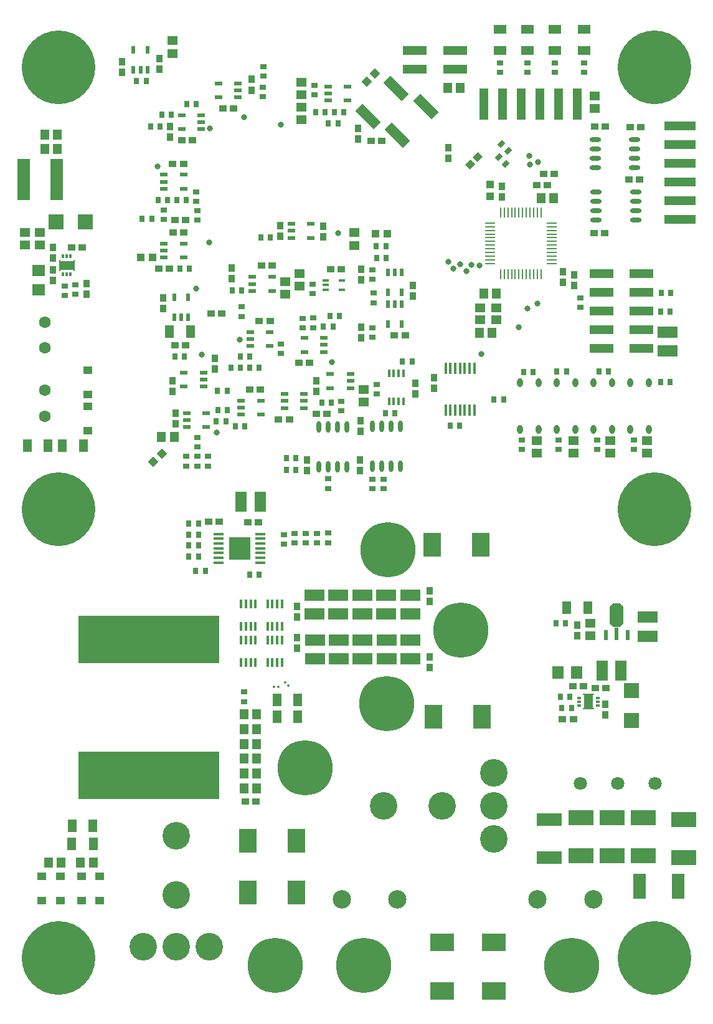
<source format=gbr>
%TF.GenerationSoftware,Altium Limited,Altium Designer,22.1.2 (22)*%
G04 Layer_Color=255*
%FSLAX45Y45*%
%MOMM*%
%TF.SameCoordinates,C5451D44-FA68-4CDD-92CA-08ED0B408621*%
%TF.FilePolarity,Positive*%
%TF.FileFunction,Pads,Top*%
%TF.Part,Single*%
G01*
G75*
%TA.AperFunction,TestPad*%
%ADD10C,0.80000*%
%TA.AperFunction,SMDPad,CuDef*%
%ADD11R,1.05000X0.95000*%
%ADD12R,1.00000X0.60000*%
%ADD13R,0.95000X0.70000*%
%ADD14R,0.60000X1.00000*%
%ADD15R,1.45000X1.25000*%
%ADD16O,1.55000X0.60000*%
%ADD17R,4.20000X1.27000*%
%ADD18R,3.17500X1.27000*%
%ADD19R,0.70000X0.95000*%
%ADD20R,2.70000X1.60000*%
%ADD21R,0.95000X1.05000*%
%ADD22R,1.25000X1.45000*%
%ADD23R,1.40000X1.20000*%
%ADD24R,1.00000X1.00000*%
%ADD25O,1.40000X0.24500*%
%ADD26O,0.24500X1.40000*%
G04:AMPARAMS|DCode=27|XSize=0.95mm|YSize=0.7mm|CornerRadius=0mm|HoleSize=0mm|Usage=FLASHONLY|Rotation=225.000|XOffset=0mm|YOffset=0mm|HoleType=Round|Shape=Rectangle|*
%AMROTATEDRECTD27*
4,1,4,0.08839,0.58336,0.58336,0.08839,-0.08839,-0.58336,-0.58336,-0.08839,0.08839,0.58336,0.0*
%
%ADD27ROTATEDRECTD27*%

G04:AMPARAMS|DCode=28|XSize=0.95mm|YSize=1.05mm|CornerRadius=0mm|HoleSize=0mm|Usage=FLASHONLY|Rotation=135.000|XOffset=0mm|YOffset=0mm|HoleType=Round|Shape=Rectangle|*
%AMROTATEDRECTD28*
4,1,4,0.70711,0.03535,-0.03535,-0.70711,-0.70711,-0.03535,0.03535,0.70711,0.70711,0.03535,0.0*
%
%ADD28ROTATEDRECTD28*%

%ADD29R,1.27000X4.20000*%
%ADD30P,1.41421X4X360.0*%
G04:AMPARAMS|DCode=31|XSize=1.397mm|YSize=3.556mm|CornerRadius=0mm|HoleSize=0mm|Usage=FLASHONLY|Rotation=225.000|XOffset=0mm|YOffset=0mm|HoleType=Round|Shape=Rectangle|*
%AMROTATEDRECTD31*
4,1,4,-0.76332,1.75115,1.75115,-0.76332,0.76332,-1.75115,-1.75115,0.76332,-0.76332,1.75115,0.0*
%
%ADD31ROTATEDRECTD31*%

%ADD32R,1.05000X0.60000*%
%ADD33R,1.00000X1.00000*%
%ADD34R,0.90000X0.39500*%
%ADD35R,0.60000X1.05000*%
%ADD36R,1.25000X1.75000*%
%ADD37R,1.80000X5.70000*%
%ADD38R,2.00000X2.00000*%
%ADD39R,0.30000X0.60000*%
%ADD40R,2.10000X1.20000*%
%ADD41R,0.16000X1.56000*%
%ADD42R,1.80000X1.60000*%
%ADD43R,1.20000X1.00000*%
%ADD44O,0.80000X1.20000*%
%ADD45R,0.35000X1.60000*%
%ADD46O,0.39500X1.10000*%
%ADD47R,1.10000X0.60000*%
%ADD48O,0.60000X1.55000*%
%ADD49R,3.00000X3.10000*%
%ADD50R,1.45000X0.35000*%
%ADD51R,1.60000X2.70000*%
%ADD52C,7.50000*%
%ADD53R,0.34000X1.15000*%
%ADD54R,19.20000X6.55000*%
%ADD55R,1.30000X1.80000*%
%ADD56R,2.40000X3.30000*%
G04:AMPARAMS|DCode=57|XSize=1.9mm|YSize=3.2mm|CornerRadius=0mm|HoleSize=0mm|Usage=FLASHONLY|Rotation=180.000|XOffset=0mm|YOffset=0mm|HoleType=Round|Shape=Octagon|*
%AMOCTAGOND57*
4,1,8,0.47500,-1.60000,-0.47500,-1.60000,-0.95000,-1.12500,-0.95000,1.12500,-0.47500,1.60000,0.47500,1.60000,0.95000,1.12500,0.95000,-1.12500,0.47500,-1.60000,0.0*
%
%ADD57OCTAGOND57*%

%ADD58R,0.60000X1.40000*%
%ADD59R,0.60000X1.80000*%
%ADD60R,1.60000X1.80000*%
%ADD61R,2.00000X2.00000*%
%ADD62R,0.60000X0.30000*%
%ADD63R,1.20000X2.10000*%
%ADD64R,1.56000X0.16000*%
%ADD65R,3.40000X2.00000*%
%ADD66R,3.50000X1.78000*%
%ADD67R,1.80000X1.30000*%
%ADD68R,1.78000X3.50000*%
%ADD69R,3.30000X2.40000*%
%ADD70C,0.35000*%
%TA.AperFunction,ComponentPad*%
%ADD86C,3.75000*%
%ADD87C,1.80000*%
%TA.AperFunction,ViaPad*%
%ADD88C,10.00000*%
%TA.AperFunction,ComponentPad*%
%ADD89C,1.60000*%
%ADD90C,2.50000*%
D10*
X4416351Y8799918D02*
D03*
X2850000Y7840000D02*
D03*
X3160000Y9102500D02*
D03*
X4500000Y10550000D02*
D03*
X2650000Y8900000D02*
D03*
X2575000Y9800000D02*
D03*
X2750000Y10425000D02*
D03*
X2050000Y11455000D02*
D03*
X2760000Y11972500D02*
D03*
X3225000Y12125000D02*
D03*
X3725000Y12025000D02*
D03*
X6955000Y9272500D02*
D03*
X7072500Y9522500D02*
D03*
X6445000Y8907500D02*
D03*
X7207500Y9592500D02*
D03*
X7217500Y11512500D02*
D03*
X7110000Y11482500D02*
D03*
X7097500Y11597500D02*
D03*
X6425000Y10110000D02*
D03*
X6315000Y10120000D02*
D03*
X6245000Y10037500D02*
D03*
X6160000Y10125000D02*
D03*
X6067500Y10067500D02*
D03*
X6000000Y10160000D02*
D03*
D11*
X3837500Y8015000D02*
D03*
X3692500D02*
D03*
X8457500Y11277500D02*
D03*
X8602500D02*
D03*
X8132500Y12000000D02*
D03*
X7987500D02*
D03*
X8615000Y11987500D02*
D03*
X8470000D02*
D03*
X8122500Y10550000D02*
D03*
X7977500D02*
D03*
X7437500Y11352500D02*
D03*
X7292500D02*
D03*
X7347500Y11202500D02*
D03*
X7202500D02*
D03*
X4952500Y11800000D02*
D03*
X5097500D02*
D03*
X3080000Y12242500D02*
D03*
X2935000D02*
D03*
X2520000Y11812500D02*
D03*
X2375000D02*
D03*
X2252500Y11492500D02*
D03*
X2397500D02*
D03*
X2430000Y10730000D02*
D03*
X2285000D02*
D03*
X2255000Y10560000D02*
D03*
X2400000D02*
D03*
X2207500Y10067500D02*
D03*
X2062500D02*
D03*
X4400000Y10057500D02*
D03*
X4545000D02*
D03*
X3460000Y10110000D02*
D03*
X3605000D02*
D03*
X5267500Y9160000D02*
D03*
X5412500D02*
D03*
X4110000Y8787500D02*
D03*
X3965000D02*
D03*
X3430000Y9360000D02*
D03*
X3575000D02*
D03*
X2775000Y9457500D02*
D03*
X2920000D02*
D03*
X2282500Y9022500D02*
D03*
X2427500D02*
D03*
X3440000Y8427500D02*
D03*
X3295000D02*
D03*
X875000Y10357500D02*
D03*
X1020000D02*
D03*
X4205000Y8095000D02*
D03*
X4350000D02*
D03*
X2742500Y6630000D02*
D03*
X2887500D02*
D03*
X3420000Y6625000D02*
D03*
X3275000D02*
D03*
X7840000Y4397500D02*
D03*
X7695000D02*
D03*
X7995000Y4367500D02*
D03*
X8140000D02*
D03*
X7698640Y3946481D02*
D03*
X7553640D02*
D03*
X3237500Y2830000D02*
D03*
X3382500D02*
D03*
D12*
X4667500Y8445000D02*
D03*
Y8540000D02*
D03*
Y8635000D02*
D03*
X4392500D02*
D03*
Y8445000D02*
D03*
D13*
X4547500Y8267500D02*
D03*
Y8137500D02*
D03*
X7795000Y9672500D02*
D03*
Y9542500D02*
D03*
X7850000Y12864999D02*
D03*
Y12735000D02*
D03*
X7450000Y12864999D02*
D03*
Y12735000D02*
D03*
X7075000Y12864999D02*
D03*
Y12735000D02*
D03*
X6700000Y12864999D02*
D03*
Y12735000D02*
D03*
X4182500Y12560000D02*
D03*
Y12430000D02*
D03*
X3482500Y12812500D02*
D03*
Y12682500D02*
D03*
X3477500Y12532500D02*
D03*
Y12402500D02*
D03*
X2572500Y10982500D02*
D03*
Y11112500D02*
D03*
X2587500Y10727500D02*
D03*
Y10857500D02*
D03*
X2127500Y10732500D02*
D03*
Y10862500D02*
D03*
X4155000Y9855000D02*
D03*
Y9725000D02*
D03*
X4970000Y10055000D02*
D03*
Y9925000D02*
D03*
X4980000Y9735000D02*
D03*
Y9605000D02*
D03*
X4970000Y9265000D02*
D03*
Y9135000D02*
D03*
X4015000Y9392500D02*
D03*
Y9262500D02*
D03*
X4165000Y9395000D02*
D03*
Y9265000D02*
D03*
X3187500Y9547500D02*
D03*
Y9417500D02*
D03*
X3722500Y8917500D02*
D03*
Y9047500D02*
D03*
X2585995Y7774243D02*
D03*
Y7644243D02*
D03*
X2735995Y7516743D02*
D03*
Y7386743D02*
D03*
X2585995Y7516743D02*
D03*
Y7386743D02*
D03*
X2435995Y7516743D02*
D03*
Y7386743D02*
D03*
X782500Y9832500D02*
D03*
Y9702500D02*
D03*
X932500Y9720000D02*
D03*
Y9850000D02*
D03*
X8525000Y7740000D02*
D03*
Y7610000D02*
D03*
X8025000Y7740000D02*
D03*
Y7610000D02*
D03*
X7500000Y7740000D02*
D03*
Y7610000D02*
D03*
X7000000Y7740000D02*
D03*
Y7610000D02*
D03*
X5025000Y8492500D02*
D03*
Y8362500D02*
D03*
X5120000Y7080000D02*
D03*
Y7210000D02*
D03*
X4970000Y7080000D02*
D03*
Y7210000D02*
D03*
X4362500Y7082500D02*
D03*
Y7212500D02*
D03*
X4370000Y6475000D02*
D03*
Y6345000D02*
D03*
X4212500Y6342500D02*
D03*
Y6472500D02*
D03*
X4062500Y6342500D02*
D03*
Y6472500D02*
D03*
X3912500Y6342500D02*
D03*
Y6472500D02*
D03*
X3220000Y4185000D02*
D03*
Y4315000D02*
D03*
X3762500Y6452500D02*
D03*
Y6322500D02*
D03*
D14*
X5365000Y9587500D02*
D03*
X5270000D02*
D03*
X5175000D02*
D03*
Y9312500D02*
D03*
X5365000D02*
D03*
Y10017500D02*
D03*
X5270000D02*
D03*
X5175000D02*
D03*
Y9742500D02*
D03*
X5365000D02*
D03*
X1720000Y12767500D02*
D03*
X1815000D02*
D03*
X1909999D02*
D03*
Y13042500D02*
D03*
X1720000D02*
D03*
D15*
X7990000Y12415000D02*
D03*
Y12245000D02*
D03*
X4005000Y12427500D02*
D03*
Y12597500D02*
D03*
X2247500Y12992500D02*
D03*
Y13162500D02*
D03*
X3780000Y9717500D02*
D03*
Y9887500D02*
D03*
X3980000Y9827500D02*
D03*
Y9997500D02*
D03*
X4720000Y10555000D02*
D03*
Y10385000D02*
D03*
X242500Y10387500D02*
D03*
Y10557500D02*
D03*
X445000Y10387500D02*
D03*
Y10557500D02*
D03*
X8700000Y7565000D02*
D03*
Y7735000D02*
D03*
X8200000Y7565000D02*
D03*
Y7735000D02*
D03*
X7700000Y7565000D02*
D03*
Y7735000D02*
D03*
X7200000Y7565000D02*
D03*
Y7735000D02*
D03*
X4850000Y8257500D02*
D03*
Y8427500D02*
D03*
X7930000Y5250000D02*
D03*
Y5080000D02*
D03*
X4005000Y12087500D02*
D03*
Y12257500D02*
D03*
D16*
X7995000Y11823000D02*
D03*
Y11696000D02*
D03*
Y11569000D02*
D03*
Y11442000D02*
D03*
X8535000Y11823000D02*
D03*
Y11696000D02*
D03*
Y11569000D02*
D03*
Y11442000D02*
D03*
X8544999Y10729500D02*
D03*
Y10856500D02*
D03*
Y10983500D02*
D03*
Y11110500D02*
D03*
X8004999Y10729500D02*
D03*
Y10856500D02*
D03*
Y10983500D02*
D03*
Y11110500D02*
D03*
D17*
X9150000Y10738000D02*
D03*
Y10992000D02*
D03*
Y11246000D02*
D03*
Y11500000D02*
D03*
Y11754000D02*
D03*
Y12008000D02*
D03*
D18*
X8626798Y9997699D02*
D03*
Y9743699D02*
D03*
Y9489699D02*
D03*
Y9235699D02*
D03*
Y8981699D02*
D03*
X8080698D02*
D03*
Y9235699D02*
D03*
Y9489699D02*
D03*
Y9743699D02*
D03*
Y9997699D02*
D03*
X5546950Y12780000D02*
D03*
Y13034000D02*
D03*
X6093050D02*
D03*
Y12780000D02*
D03*
D19*
X9023197Y9735699D02*
D03*
X8893197D02*
D03*
X9013197Y9480699D02*
D03*
X8883197D02*
D03*
X4580000Y12195000D02*
D03*
X4450000D02*
D03*
X4322500D02*
D03*
X4192500D02*
D03*
X4500000Y12040000D02*
D03*
X4370000D02*
D03*
X1760000Y12612500D02*
D03*
X1890000D02*
D03*
X2105000Y12155000D02*
D03*
X2235000D02*
D03*
X1950000Y12000000D02*
D03*
X2080000D02*
D03*
X2440000Y12305000D02*
D03*
X2570000D02*
D03*
X2307500Y10997500D02*
D03*
X2437500D02*
D03*
X2182500Y11000000D02*
D03*
X2052500D02*
D03*
X1967500Y10747500D02*
D03*
X1837500D02*
D03*
X2477500Y10065000D02*
D03*
X2347500D02*
D03*
X3450000Y10492500D02*
D03*
X3580000D02*
D03*
X3060000Y9772500D02*
D03*
X3190000D02*
D03*
X5020000Y10375000D02*
D03*
X5150000D02*
D03*
X5022500Y10210000D02*
D03*
X5152500D02*
D03*
X4517500Y9427500D02*
D03*
X4387500D02*
D03*
X4300000Y9277500D02*
D03*
X4430000D02*
D03*
X3172500Y8870000D02*
D03*
X3302500D02*
D03*
X3045000Y8717500D02*
D03*
X3175000D02*
D03*
X3295000D02*
D03*
X3425000D02*
D03*
X2282500Y8870000D02*
D03*
X2412500D02*
D03*
X2862500Y8405000D02*
D03*
X2992500D02*
D03*
X2868495Y8149243D02*
D03*
X2998495D02*
D03*
X2973495Y7996743D02*
D03*
X2843495D02*
D03*
X3232500Y7930000D02*
D03*
X3102500D02*
D03*
X8175000Y8670000D02*
D03*
X8045000D02*
D03*
X7605000Y8667500D02*
D03*
X7475000D02*
D03*
X7155000Y8665000D02*
D03*
X7025000D02*
D03*
X9015000Y8525000D02*
D03*
X8885000D02*
D03*
X6750000Y8287500D02*
D03*
X6620000D02*
D03*
X6022500Y7937500D02*
D03*
X6152500D02*
D03*
X5507500Y8805000D02*
D03*
X5377500D02*
D03*
X5275000Y8102500D02*
D03*
X5145000D02*
D03*
X4410000Y8247500D02*
D03*
X4280000D02*
D03*
X3425000Y5910000D02*
D03*
X3295000D02*
D03*
X7465000Y5252500D02*
D03*
X7595000D02*
D03*
X7675000Y4097500D02*
D03*
X7545000D02*
D03*
X7525000Y4247500D02*
D03*
X7655000D02*
D03*
X3797500Y7490000D02*
D03*
X3927500D02*
D03*
X3925000Y7332500D02*
D03*
X3795000D02*
D03*
X2472500Y6605000D02*
D03*
X2602500D02*
D03*
X2472500Y6305000D02*
D03*
X2602500D02*
D03*
X2472500Y6455000D02*
D03*
X2602500D02*
D03*
X2472500Y6155000D02*
D03*
X2602500D02*
D03*
X2695000Y5960000D02*
D03*
X2565000D02*
D03*
D20*
X8978198Y8948199D02*
D03*
Y9208199D02*
D03*
X4180000Y5635000D02*
D03*
Y5375000D02*
D03*
X4505000Y5635000D02*
D03*
Y5375000D02*
D03*
X4830000Y5635000D02*
D03*
Y5375000D02*
D03*
X5155000Y5635000D02*
D03*
Y5375000D02*
D03*
X5480000Y5635000D02*
D03*
Y5375000D02*
D03*
X5485000Y5025001D02*
D03*
Y4765001D02*
D03*
X5160000Y5025001D02*
D03*
Y4765001D02*
D03*
X4835000Y5025001D02*
D03*
Y4765001D02*
D03*
X4510000Y5025001D02*
D03*
Y4765001D02*
D03*
X4185000Y5025001D02*
D03*
Y4765001D02*
D03*
X8710000Y5075000D02*
D03*
Y5335000D02*
D03*
D21*
X7707500Y9985000D02*
D03*
Y9840000D02*
D03*
X7555000Y10025000D02*
D03*
Y9880000D02*
D03*
X6730000Y11037500D02*
D03*
Y11182500D02*
D03*
X5996447Y11563299D02*
D03*
Y11708299D02*
D03*
X4775000Y11827500D02*
D03*
Y11972500D02*
D03*
X2072500Y12777500D02*
D03*
Y12922501D02*
D03*
X1560000Y12882500D02*
D03*
Y12737500D02*
D03*
X3325000Y12637500D02*
D03*
Y12492500D02*
D03*
X2217500Y11852500D02*
D03*
Y11997500D02*
D03*
X4300000Y10502500D02*
D03*
Y10647500D02*
D03*
X3717500Y10652500D02*
D03*
Y10507500D02*
D03*
X3055000Y9930000D02*
D03*
Y10075000D02*
D03*
X4817500Y9915000D02*
D03*
Y10060000D02*
D03*
X5520000Y9842500D02*
D03*
Y9697500D02*
D03*
X4815000Y9127500D02*
D03*
Y9272500D02*
D03*
X2824671Y8846015D02*
D03*
Y8701015D02*
D03*
X2122500Y9525001D02*
D03*
Y9670000D02*
D03*
X2252171Y8398515D02*
D03*
Y8543515D02*
D03*
X2288495Y7961743D02*
D03*
Y8106743D02*
D03*
X627500Y10355000D02*
D03*
Y10210000D02*
D03*
Y9907500D02*
D03*
Y10052500D02*
D03*
X1082500Y9722500D02*
D03*
Y9867500D02*
D03*
X5802500Y8585000D02*
D03*
Y8440000D02*
D03*
X5552500Y8510000D02*
D03*
Y8365000D02*
D03*
X4207500Y8545000D02*
D03*
Y8400000D02*
D03*
X4802500Y8002500D02*
D03*
Y7857500D02*
D03*
X4800000Y7327500D02*
D03*
Y7472500D02*
D03*
X4075000Y7327500D02*
D03*
Y7472500D02*
D03*
X5750000Y4792500D02*
D03*
Y4647500D02*
D03*
X3940000Y4907500D02*
D03*
Y5052500D02*
D03*
X7752500Y5225000D02*
D03*
Y5080000D02*
D03*
X8137520Y4147140D02*
D03*
Y4002140D02*
D03*
X3940000Y5337500D02*
D03*
Y5482500D02*
D03*
X5750000Y5547500D02*
D03*
Y5692500D02*
D03*
D22*
X6485000Y9732500D02*
D03*
X6655000D02*
D03*
X6595000Y9192500D02*
D03*
X6425000D02*
D03*
X7432500Y11027500D02*
D03*
X7262500D02*
D03*
X6157500Y12525000D02*
D03*
X5987500D02*
D03*
X2270995Y7779243D02*
D03*
X2100995D02*
D03*
X515000Y11890000D02*
D03*
X685000D02*
D03*
X515000Y11690000D02*
D03*
X685000D02*
D03*
X1000000Y2000000D02*
D03*
X1170000D02*
D03*
X565000D02*
D03*
X735000D02*
D03*
X3225000Y4010000D02*
D03*
X3395000D02*
D03*
X3225000Y3010000D02*
D03*
X3395000D02*
D03*
X3225000Y3210000D02*
D03*
X3395000D02*
D03*
X3225000Y3610000D02*
D03*
X3395000D02*
D03*
X3225000Y3410000D02*
D03*
X3395000D02*
D03*
X3225000Y3810000D02*
D03*
X3395000D02*
D03*
D23*
X6429992Y9537492D02*
D03*
X6649992D02*
D03*
Y9377492D02*
D03*
X6429992D02*
D03*
D24*
X6570000Y11050000D02*
D03*
Y11210000D02*
D03*
D25*
X6565000Y10687500D02*
D03*
Y10637500D02*
D03*
Y10587500D02*
D03*
Y10537500D02*
D03*
Y10487500D02*
D03*
Y10437500D02*
D03*
Y10387500D02*
D03*
Y10337500D02*
D03*
Y10287500D02*
D03*
Y10237500D02*
D03*
Y10187500D02*
D03*
Y10137500D02*
D03*
X7405000D02*
D03*
Y10187500D02*
D03*
Y10237500D02*
D03*
Y10287500D02*
D03*
Y10337500D02*
D03*
Y10387500D02*
D03*
Y10437500D02*
D03*
Y10487500D02*
D03*
Y10537500D02*
D03*
Y10587500D02*
D03*
Y10637500D02*
D03*
Y10687500D02*
D03*
D26*
X6710000Y9992500D02*
D03*
X6760000D02*
D03*
X6810000D02*
D03*
X6860000D02*
D03*
X6910000D02*
D03*
X6960000D02*
D03*
X7010000D02*
D03*
X7060000D02*
D03*
X7110000D02*
D03*
X7160000D02*
D03*
X7210000D02*
D03*
X7260000D02*
D03*
Y10832500D02*
D03*
X7210000D02*
D03*
X7160000D02*
D03*
X7110000D02*
D03*
X7060000D02*
D03*
X7010000D02*
D03*
X6960000D02*
D03*
X6910000D02*
D03*
X6860000D02*
D03*
X6810000D02*
D03*
X6760000D02*
D03*
X6710000D02*
D03*
D27*
X6721538Y11763462D02*
D03*
X6813462Y11671538D02*
D03*
X6686538Y11583462D02*
D03*
X6778462Y11491538D02*
D03*
D28*
X6296235Y11478735D02*
D03*
X6398765Y11581265D02*
D03*
D29*
X6480000Y12300000D02*
D03*
X6734000D02*
D03*
X6988000D02*
D03*
X7242000D02*
D03*
X7496000D02*
D03*
X7750000D02*
D03*
D30*
X4888431Y12608431D02*
D03*
X5001568Y12721568D02*
D03*
X2102563Y7553312D02*
D03*
X1989427Y7440175D02*
D03*
D31*
X4906924Y12131924D02*
D03*
X5293076Y12518076D02*
D03*
X5306924Y11881924D02*
D03*
X5693075Y12268076D02*
D03*
D32*
X4365000Y12540000D02*
D03*
Y12445000D02*
D03*
Y12350000D02*
D03*
X4630000D02*
D03*
Y12540000D02*
D03*
X3140000Y12395000D02*
D03*
Y12490000D02*
D03*
Y12585000D02*
D03*
X2875000D02*
D03*
Y12395000D02*
D03*
X2637100Y11964600D02*
D03*
Y12059600D02*
D03*
Y12154600D02*
D03*
X2372100D02*
D03*
Y11964600D02*
D03*
X2133099Y11342801D02*
D03*
Y11247800D02*
D03*
Y11152801D02*
D03*
X2398099D02*
D03*
Y11342801D02*
D03*
X2132500Y10407500D02*
D03*
Y10312500D02*
D03*
Y10217500D02*
D03*
X2397500D02*
D03*
Y10407500D02*
D03*
X3867199Y10675800D02*
D03*
Y10580800D02*
D03*
Y10485800D02*
D03*
X4132199D02*
D03*
Y10675800D02*
D03*
X3335000Y9955000D02*
D03*
Y9860000D02*
D03*
Y9765000D02*
D03*
X3600000D02*
D03*
Y9955000D02*
D03*
X4310000Y8937500D02*
D03*
Y9032500D02*
D03*
Y9127500D02*
D03*
X4045000D02*
D03*
Y8937500D02*
D03*
X3304400Y9208300D02*
D03*
Y9113300D02*
D03*
Y9018300D02*
D03*
X3569400D02*
D03*
Y9208300D02*
D03*
X2669671Y8463515D02*
D03*
Y8558515D02*
D03*
Y8653515D02*
D03*
X2404671D02*
D03*
Y8463515D02*
D03*
X3447500Y8275000D02*
D03*
Y8085000D02*
D03*
X3182500D02*
D03*
Y8180000D02*
D03*
Y8275000D02*
D03*
X2440995Y8104243D02*
D03*
Y8009243D02*
D03*
Y7914243D02*
D03*
X2705995D02*
D03*
Y8104243D02*
D03*
D33*
X1980000Y10220000D02*
D03*
X1820000D02*
D03*
X5010000Y10540000D02*
D03*
X5170000D02*
D03*
D34*
X4555000Y9910000D02*
D03*
Y9780000D02*
D03*
X4335000D02*
D03*
Y9845000D02*
D03*
Y9910000D02*
D03*
D35*
X2275000Y9410000D02*
D03*
X2370000D02*
D03*
X2465000D02*
D03*
Y9675000D02*
D03*
X2275000D02*
D03*
D36*
X2492500Y9212500D02*
D03*
X2207500D02*
D03*
X750000Y7660000D02*
D03*
X1035000D02*
D03*
X882500Y2500000D02*
D03*
X1167500D02*
D03*
X3952500Y4210000D02*
D03*
X3667500D02*
D03*
X3952500Y3980000D02*
D03*
X3667500D02*
D03*
X557500Y7660000D02*
D03*
X272500D02*
D03*
D37*
X675000Y11280000D02*
D03*
X225000D02*
D03*
D38*
X662500Y10705000D02*
D03*
X1062500D02*
D03*
D39*
X762500Y9987500D02*
D03*
X812500D02*
D03*
X862500D02*
D03*
X762500Y10237500D02*
D03*
X812500D02*
D03*
X862500D02*
D03*
D40*
X812500Y10112500D02*
D03*
D41*
X910000D02*
D03*
X715000D02*
D03*
D42*
X432500Y9780000D02*
D03*
Y10040000D02*
D03*
D43*
X1095000Y8195000D02*
D03*
Y7865000D02*
D03*
X475000Y1485000D02*
D03*
Y1815000D02*
D03*
X1260000Y1815000D02*
D03*
Y1485000D02*
D03*
X1010000Y1815000D02*
D03*
Y1485000D02*
D03*
X1095000Y8360000D02*
D03*
Y8690000D02*
D03*
X725000Y1485000D02*
D03*
Y1815000D02*
D03*
D44*
X7227000Y8515000D02*
D03*
X6973000D02*
D03*
X7227000Y7885000D02*
D03*
X6973000D02*
D03*
X7727000Y8515000D02*
D03*
X7473000D02*
D03*
X7727000Y7885000D02*
D03*
X7473000D02*
D03*
X8227000Y8515000D02*
D03*
X7973000D02*
D03*
X8227000Y7885000D02*
D03*
X7973000D02*
D03*
X8727000Y8515000D02*
D03*
X8473000D02*
D03*
X8727000Y7885000D02*
D03*
X8473000D02*
D03*
D45*
X5962500Y8150000D02*
D03*
X6027500D02*
D03*
X6092500D02*
D03*
X6157500D02*
D03*
X6222500D02*
D03*
X6287500D02*
D03*
X6352500D02*
D03*
X5962500Y8710000D02*
D03*
X6027500D02*
D03*
X6092500D02*
D03*
X6157500D02*
D03*
X6222500D02*
D03*
X6287500D02*
D03*
X6352500D02*
D03*
D46*
X5387500Y8645000D02*
D03*
X5322500D02*
D03*
X5257500D02*
D03*
X5192500D02*
D03*
X5387500Y8265000D02*
D03*
X5322500D02*
D03*
X5257500D02*
D03*
X5192500D02*
D03*
D47*
X4032500Y8365000D02*
D03*
Y8270000D02*
D03*
Y8175000D02*
D03*
X3772500D02*
D03*
Y8270000D02*
D03*
Y8365000D02*
D03*
D48*
X4242000Y7377500D02*
D03*
X4369000D02*
D03*
X4496000D02*
D03*
X4623000D02*
D03*
X4242000Y7917500D02*
D03*
X4369000D02*
D03*
X4496000D02*
D03*
X4623000D02*
D03*
X4969500Y7382500D02*
D03*
X5096500D02*
D03*
X5223500D02*
D03*
X5350500D02*
D03*
X4969500Y7922500D02*
D03*
X5096500D02*
D03*
X5223500D02*
D03*
X5350500D02*
D03*
D49*
X3160000Y6270000D02*
D03*
D50*
X3442500Y6075000D02*
D03*
Y6140000D02*
D03*
Y6205000D02*
D03*
Y6270000D02*
D03*
Y6335000D02*
D03*
Y6400000D02*
D03*
Y6465000D02*
D03*
X2877500Y6075000D02*
D03*
Y6140000D02*
D03*
Y6205000D02*
D03*
Y6270000D02*
D03*
Y6335000D02*
D03*
Y6400000D02*
D03*
Y6465000D02*
D03*
D51*
X3182500Y6897500D02*
D03*
X3442500D02*
D03*
X8347500Y4610000D02*
D03*
X8087500D02*
D03*
D52*
X6170000Y5160000D02*
D03*
X4050000Y3290000D02*
D03*
X7675000Y600000D02*
D03*
X4850000D02*
D03*
X3650000D02*
D03*
X5160000Y4160000D02*
D03*
X5180000Y6250000D02*
D03*
D53*
X3737500Y5517000D02*
D03*
X3672500D02*
D03*
X3607500D02*
D03*
X3542500D02*
D03*
X3737500Y5212000D02*
D03*
X3672500D02*
D03*
X3607500D02*
D03*
X3542500D02*
D03*
X3377500Y5517000D02*
D03*
X3312500D02*
D03*
X3247500D02*
D03*
X3182500D02*
D03*
X3377500Y5212000D02*
D03*
X3312500D02*
D03*
X3247500D02*
D03*
X3182500D02*
D03*
X3377500Y5022500D02*
D03*
X3312500D02*
D03*
X3247500D02*
D03*
X3182500D02*
D03*
X3377500Y4717500D02*
D03*
X3312500D02*
D03*
X3247500D02*
D03*
X3182500D02*
D03*
X3737500Y5022500D02*
D03*
X3672500D02*
D03*
X3607500D02*
D03*
X3542500D02*
D03*
X3737500Y4717500D02*
D03*
X3672500D02*
D03*
X3607500D02*
D03*
X3542500D02*
D03*
D54*
X1930000Y5032500D02*
D03*
Y3187500D02*
D03*
D55*
X1170000Y2250000D02*
D03*
X880000D02*
D03*
X7610000Y5465000D02*
D03*
X7900000D02*
D03*
D56*
X3275000Y2295000D02*
D03*
X3935000D02*
D03*
X3270000Y1595000D02*
D03*
X3930000D02*
D03*
X5800000Y3980000D02*
D03*
X6460000D02*
D03*
X5780000Y6320000D02*
D03*
X6440000D02*
D03*
D57*
X8290000Y5357500D02*
D03*
D58*
X8440000Y5087500D02*
D03*
X8140000D02*
D03*
D59*
X8290000Y5107500D02*
D03*
D60*
X7487500Y4585000D02*
D03*
X7747500D02*
D03*
D61*
X8492500Y4332500D02*
D03*
Y3932500D02*
D03*
D62*
X7781140Y4233980D02*
D03*
Y4183980D02*
D03*
Y4133980D02*
D03*
X8031140Y4233980D02*
D03*
Y4183980D02*
D03*
Y4133980D02*
D03*
D63*
X7906140Y4183980D02*
D03*
D64*
Y4086481D02*
D03*
Y4281480D02*
D03*
D65*
X9200000Y2585000D02*
D03*
Y2065000D02*
D03*
X8650000Y2610000D02*
D03*
Y2090000D02*
D03*
X8227500Y2610000D02*
D03*
Y2090000D02*
D03*
X7805000Y2092500D02*
D03*
Y2612500D02*
D03*
D66*
X7375000Y2063500D02*
D03*
X7375000Y2586500D02*
D03*
D67*
X6700000Y13320000D02*
D03*
Y13030000D02*
D03*
X7075000Y13320000D02*
D03*
Y13030000D02*
D03*
X7450000Y13320000D02*
D03*
Y13030000D02*
D03*
X7850000Y13320000D02*
D03*
Y13030000D02*
D03*
D68*
X8598020Y1673860D02*
D03*
X9121020Y1673860D02*
D03*
D69*
X6617500Y257500D02*
D03*
Y917500D02*
D03*
X5917500Y917500D02*
D03*
Y257500D02*
D03*
D70*
X3630000Y4390000D02*
D03*
X3690000D02*
D03*
X3778787Y4446213D02*
D03*
X3821213Y4403787D02*
D03*
D86*
X2300000Y1560000D02*
D03*
Y2360000D02*
D03*
Y860000D02*
D03*
X2750000D02*
D03*
X1850000D02*
D03*
X5917500Y2770000D02*
D03*
X5117500D02*
D03*
X6617500D02*
D03*
Y3220000D02*
D03*
Y2320000D02*
D03*
D87*
X8813000Y3072500D02*
D03*
X8305000D02*
D03*
X7797000D02*
D03*
D88*
X700000Y12800000D02*
D03*
X8800000D02*
D03*
X8800000Y6800000D02*
D03*
X700000D02*
D03*
X8800000Y700000D02*
D03*
X700000D02*
D03*
D89*
X512500Y8065000D02*
D03*
Y8415000D02*
D03*
X515000Y8992500D02*
D03*
Y9342500D02*
D03*
D90*
X7970000Y1497500D02*
D03*
X7210000D02*
D03*
X5310000D02*
D03*
X4550000D02*
D03*
%TF.MD5,4869e599363161013032e8746774826f*%
M02*

</source>
